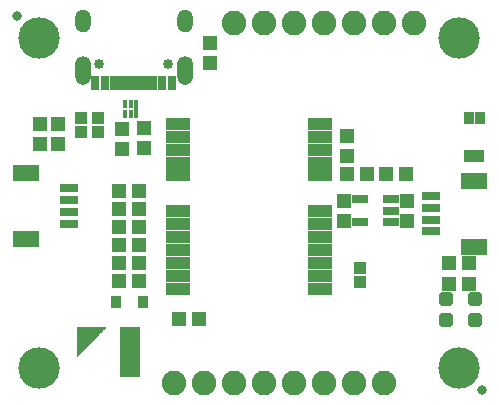
<source format=gts>
G75*
%MOIN*%
%OFA0B0*%
%FSLAX25Y25*%
%IPPOS*%
%LPD*%
%AMOC8*
5,1,8,0,0,1.08239X$1,22.5*
%
%ADD10C,0.13800*%
%ADD11C,0.03300*%
%ADD12R,0.08674X0.05524*%
%ADD13R,0.06115X0.03162*%
%ADD14R,0.05131X0.04737*%
%ADD15C,0.00197*%
%ADD16R,0.06693X0.16535*%
%ADD17R,0.04737X0.05131*%
%ADD18C,0.01990*%
%ADD19R,0.03280X0.04068*%
%ADD20R,0.05524X0.02965*%
%ADD21C,0.08200*%
%ADD22R,0.07887X0.03950*%
%ADD23R,0.01784X0.03202*%
%ADD24R,0.01784X0.03005*%
%ADD25R,0.01981X0.04800*%
%ADD26R,0.03162X0.04800*%
%ADD27R,0.02965X0.04800*%
%ADD28C,0.03359*%
%ADD29C,0.00039*%
%ADD30R,0.04343X0.04146*%
%ADD31R,0.07099X0.03950*%
%ADD32R,0.03359X0.03950*%
D10*
X0163333Y0085000D03*
X0303333Y0085000D03*
X0303333Y0194900D03*
X0163333Y0194900D03*
D11*
X0155833Y0202400D03*
X0310833Y0077500D03*
D12*
X0308302Y0125376D03*
X0308302Y0147424D03*
X0158865Y0149924D03*
X0158865Y0127876D03*
D13*
X0173333Y0132994D03*
X0173333Y0136931D03*
X0173333Y0140869D03*
X0173333Y0144806D03*
X0293833Y0142306D03*
X0293833Y0138369D03*
X0293833Y0134431D03*
X0293833Y0130494D03*
D14*
X0299987Y0119900D03*
X0306680Y0119900D03*
X0306680Y0113000D03*
X0299987Y0113000D03*
X0285480Y0149600D03*
X0278787Y0149600D03*
X0272680Y0149600D03*
X0265987Y0149600D03*
X0196680Y0143900D03*
X0189987Y0143900D03*
X0189987Y0137900D03*
X0196680Y0137900D03*
X0196680Y0131900D03*
X0189987Y0131900D03*
X0189987Y0125900D03*
X0196680Y0125900D03*
X0196680Y0119900D03*
X0189987Y0119900D03*
X0189987Y0113900D03*
X0196680Y0113900D03*
X0209987Y0101400D03*
X0216680Y0101400D03*
D15*
X0185231Y0098551D02*
X0175782Y0089102D01*
X0175782Y0098551D01*
X0185231Y0098551D01*
X0185123Y0098443D02*
X0175782Y0098443D01*
X0175782Y0098248D02*
X0184928Y0098248D01*
X0184732Y0098053D02*
X0175782Y0098053D01*
X0175782Y0097857D02*
X0184537Y0097857D01*
X0184342Y0097662D02*
X0175782Y0097662D01*
X0175782Y0097467D02*
X0184146Y0097467D01*
X0183951Y0097271D02*
X0175782Y0097271D01*
X0175782Y0097076D02*
X0183756Y0097076D01*
X0183560Y0096881D02*
X0175782Y0096881D01*
X0175782Y0096685D02*
X0183365Y0096685D01*
X0183170Y0096490D02*
X0175782Y0096490D01*
X0175782Y0096294D02*
X0182974Y0096294D01*
X0182779Y0096099D02*
X0175782Y0096099D01*
X0175782Y0095904D02*
X0182583Y0095904D01*
X0182388Y0095708D02*
X0175782Y0095708D01*
X0175782Y0095513D02*
X0182193Y0095513D01*
X0181997Y0095318D02*
X0175782Y0095318D01*
X0175782Y0095122D02*
X0181802Y0095122D01*
X0181607Y0094927D02*
X0175782Y0094927D01*
X0175782Y0094732D02*
X0181411Y0094732D01*
X0181216Y0094536D02*
X0175782Y0094536D01*
X0175782Y0094341D02*
X0181021Y0094341D01*
X0180825Y0094145D02*
X0175782Y0094145D01*
X0175782Y0093950D02*
X0180630Y0093950D01*
X0180435Y0093755D02*
X0175782Y0093755D01*
X0175782Y0093559D02*
X0180239Y0093559D01*
X0180044Y0093364D02*
X0175782Y0093364D01*
X0175782Y0093169D02*
X0179848Y0093169D01*
X0179653Y0092973D02*
X0175782Y0092973D01*
X0175782Y0092778D02*
X0179458Y0092778D01*
X0179262Y0092583D02*
X0175782Y0092583D01*
X0175782Y0092387D02*
X0179067Y0092387D01*
X0178872Y0092192D02*
X0175782Y0092192D01*
X0175782Y0091996D02*
X0178676Y0091996D01*
X0178481Y0091801D02*
X0175782Y0091801D01*
X0175782Y0091606D02*
X0178286Y0091606D01*
X0178090Y0091410D02*
X0175782Y0091410D01*
X0175782Y0091215D02*
X0177895Y0091215D01*
X0177699Y0091020D02*
X0175782Y0091020D01*
X0175782Y0090824D02*
X0177504Y0090824D01*
X0177309Y0090629D02*
X0175782Y0090629D01*
X0175782Y0090434D02*
X0177113Y0090434D01*
X0176918Y0090238D02*
X0175782Y0090238D01*
X0175782Y0090043D02*
X0176723Y0090043D01*
X0176527Y0089847D02*
X0175782Y0089847D01*
X0175782Y0089652D02*
X0176332Y0089652D01*
X0176137Y0089457D02*
X0175782Y0089457D01*
X0175782Y0089261D02*
X0175941Y0089261D01*
D16*
X0193617Y0090362D03*
D17*
X0264833Y0134054D03*
X0264833Y0140746D03*
X0285833Y0140746D03*
X0285833Y0134054D03*
X0265833Y0155554D03*
X0265833Y0162246D03*
X0220133Y0186654D03*
X0220133Y0193346D03*
X0198133Y0164946D03*
X0198133Y0158254D03*
X0190933Y0158054D03*
X0190933Y0164746D03*
X0169433Y0166246D03*
X0163533Y0166246D03*
X0163533Y0159554D03*
X0169433Y0159554D03*
D18*
X0297560Y0109326D02*
X0300306Y0109326D01*
X0300306Y0106580D01*
X0297560Y0106580D01*
X0297560Y0109326D01*
X0297560Y0108470D02*
X0300306Y0108470D01*
X0307060Y0109326D02*
X0309806Y0109326D01*
X0309806Y0106580D01*
X0307060Y0106580D01*
X0307060Y0109326D01*
X0307060Y0108470D02*
X0309806Y0108470D01*
X0309806Y0102420D02*
X0307060Y0102420D01*
X0309806Y0102420D02*
X0309806Y0099674D01*
X0307060Y0099674D01*
X0307060Y0102420D01*
X0307060Y0101564D02*
X0309806Y0101564D01*
X0300306Y0102420D02*
X0297560Y0102420D01*
X0300306Y0102420D02*
X0300306Y0099674D01*
X0297560Y0099674D01*
X0297560Y0102420D01*
X0297560Y0101564D02*
X0300306Y0101564D01*
D19*
X0197861Y0106900D03*
X0188806Y0106900D03*
D20*
X0270215Y0133660D03*
X0270215Y0141140D03*
X0280452Y0141140D03*
X0280452Y0137400D03*
X0280452Y0133660D03*
D21*
X0278333Y0080000D03*
X0268333Y0080000D03*
X0258333Y0080000D03*
X0248333Y0080000D03*
X0238333Y0080000D03*
X0228333Y0080000D03*
X0218333Y0080000D03*
X0208333Y0080000D03*
X0228333Y0200000D03*
X0238333Y0200000D03*
X0248333Y0200000D03*
X0258333Y0200000D03*
X0268333Y0200000D03*
X0278333Y0200000D03*
X0288333Y0200000D03*
D22*
X0256955Y0166459D03*
X0256955Y0162128D03*
X0256955Y0157798D03*
X0256955Y0153467D03*
X0256955Y0149136D03*
X0256955Y0137325D03*
X0256955Y0132994D03*
X0256955Y0128664D03*
X0256955Y0124333D03*
X0256955Y0120002D03*
X0256955Y0115672D03*
X0256955Y0111341D03*
X0209711Y0111341D03*
X0209711Y0115672D03*
X0209711Y0120002D03*
X0209711Y0124333D03*
X0209711Y0128664D03*
X0209711Y0132994D03*
X0209711Y0137325D03*
X0209711Y0149136D03*
X0209711Y0153467D03*
X0209711Y0157798D03*
X0209711Y0162128D03*
X0209711Y0166459D03*
D23*
X0195702Y0172794D03*
D24*
X0193733Y0172893D03*
X0191765Y0172893D03*
X0191765Y0169507D03*
X0193733Y0169507D03*
X0195702Y0169507D03*
D25*
X0195718Y0180094D03*
X0197686Y0180094D03*
X0199655Y0180094D03*
X0201623Y0180094D03*
X0193749Y0180094D03*
X0191781Y0180094D03*
X0189812Y0180094D03*
X0187844Y0180094D03*
D26*
X0182036Y0180094D03*
X0207430Y0180094D03*
D27*
X0204379Y0180094D03*
X0185088Y0180094D03*
D28*
X0183355Y0186389D03*
X0206111Y0186389D03*
D29*
X0209379Y0186371D02*
X0214103Y0186371D01*
X0214103Y0186333D02*
X0209379Y0186333D01*
X0209379Y0186296D02*
X0214103Y0186296D01*
X0214103Y0186258D02*
X0209379Y0186258D01*
X0209379Y0186220D02*
X0214103Y0186220D01*
X0214103Y0186182D02*
X0209379Y0186182D01*
X0209379Y0186144D02*
X0214103Y0186144D01*
X0214103Y0186106D02*
X0209379Y0186106D01*
X0209379Y0186068D02*
X0214103Y0186068D01*
X0214103Y0186030D02*
X0209379Y0186030D01*
X0209379Y0185992D02*
X0214103Y0185992D01*
X0214103Y0185955D02*
X0209379Y0185955D01*
X0209379Y0185917D02*
X0214103Y0185917D01*
X0214103Y0185879D02*
X0209379Y0185879D01*
X0209379Y0185841D02*
X0214103Y0185841D01*
X0214103Y0185803D02*
X0209379Y0185803D01*
X0209379Y0185765D02*
X0214103Y0185765D01*
X0214103Y0185727D02*
X0209379Y0185727D01*
X0209379Y0185689D02*
X0214103Y0185689D01*
X0214103Y0185652D02*
X0209379Y0185652D01*
X0209379Y0185614D02*
X0214103Y0185614D01*
X0214103Y0185576D02*
X0209379Y0185576D01*
X0209379Y0185538D02*
X0214103Y0185538D01*
X0214103Y0185500D02*
X0209379Y0185500D01*
X0209379Y0185462D02*
X0214103Y0185462D01*
X0214103Y0185424D02*
X0209379Y0185424D01*
X0209379Y0185386D02*
X0214103Y0185386D01*
X0214103Y0185349D02*
X0209379Y0185349D01*
X0209379Y0185311D02*
X0214103Y0185311D01*
X0214103Y0185273D02*
X0209379Y0185273D01*
X0209379Y0185235D02*
X0214103Y0185235D01*
X0214103Y0185197D02*
X0209379Y0185197D01*
X0209379Y0185159D02*
X0214103Y0185159D01*
X0214103Y0185121D02*
X0209379Y0185121D01*
X0209379Y0185083D02*
X0214103Y0185083D01*
X0214103Y0185045D02*
X0209379Y0185045D01*
X0209379Y0185008D02*
X0214103Y0185008D01*
X0214103Y0184970D02*
X0209379Y0184970D01*
X0209379Y0184932D02*
X0214103Y0184932D01*
X0214103Y0184894D02*
X0209379Y0184894D01*
X0209379Y0184856D02*
X0214103Y0184856D01*
X0214103Y0184818D02*
X0209379Y0184818D01*
X0209379Y0184780D02*
X0214103Y0184780D01*
X0214103Y0184742D02*
X0209379Y0184742D01*
X0209379Y0184705D02*
X0214103Y0184705D01*
X0214103Y0184667D02*
X0209379Y0184667D01*
X0209379Y0184629D02*
X0214103Y0184629D01*
X0214103Y0184591D02*
X0209379Y0184591D01*
X0209379Y0184553D02*
X0214103Y0184553D01*
X0214103Y0184515D02*
X0209379Y0184515D01*
X0209379Y0184477D02*
X0214103Y0184477D01*
X0214103Y0184439D02*
X0209379Y0184439D01*
X0209379Y0184401D02*
X0214103Y0184401D01*
X0214103Y0184364D02*
X0209379Y0184364D01*
X0209379Y0184326D02*
X0214103Y0184326D01*
X0214103Y0184288D02*
X0209379Y0184288D01*
X0209379Y0184250D02*
X0214103Y0184250D01*
X0214103Y0184212D02*
X0209379Y0184212D01*
X0209379Y0184174D02*
X0214103Y0184174D01*
X0214103Y0184136D02*
X0209379Y0184136D01*
X0209379Y0184098D02*
X0214103Y0184098D01*
X0214103Y0184061D02*
X0209379Y0184061D01*
X0209379Y0184023D02*
X0214103Y0184023D01*
X0214103Y0183985D02*
X0209379Y0183985D01*
X0209379Y0183947D02*
X0214103Y0183947D01*
X0214103Y0183909D02*
X0209379Y0183909D01*
X0209379Y0183871D02*
X0214103Y0183871D01*
X0214103Y0183833D02*
X0209379Y0183833D01*
X0209379Y0183795D02*
X0214103Y0183795D01*
X0214103Y0183757D02*
X0209379Y0183757D01*
X0209379Y0183720D02*
X0214103Y0183720D01*
X0214103Y0183682D02*
X0209379Y0183682D01*
X0209379Y0183644D02*
X0214103Y0183644D01*
X0214103Y0183606D02*
X0209379Y0183606D01*
X0209379Y0183568D02*
X0214103Y0183568D01*
X0214103Y0183530D02*
X0209379Y0183530D01*
X0209379Y0183492D02*
X0214103Y0183492D01*
X0214103Y0183454D02*
X0209379Y0183454D01*
X0209379Y0183417D02*
X0214103Y0183417D01*
X0214103Y0183379D02*
X0209379Y0183379D01*
X0209379Y0183341D02*
X0214103Y0183341D01*
X0214103Y0183303D02*
X0209379Y0183303D01*
X0209379Y0183265D02*
X0214103Y0183265D01*
X0214103Y0183227D02*
X0209379Y0183227D01*
X0209379Y0183189D02*
X0214103Y0183189D01*
X0214103Y0183151D02*
X0209379Y0183151D01*
X0209379Y0183114D02*
X0214103Y0183114D01*
X0214103Y0183076D02*
X0209379Y0183076D01*
X0209379Y0183038D02*
X0214103Y0183038D01*
X0214103Y0183000D02*
X0209379Y0183000D01*
X0209379Y0182962D02*
X0214103Y0182962D01*
X0214103Y0182924D02*
X0209379Y0182924D01*
X0209379Y0182886D02*
X0214103Y0182886D01*
X0214103Y0182848D02*
X0209379Y0182848D01*
X0209379Y0182810D02*
X0214103Y0182810D01*
X0214103Y0182773D02*
X0209379Y0182773D01*
X0209379Y0182735D02*
X0214103Y0182735D01*
X0214103Y0182697D02*
X0209379Y0182697D01*
X0209379Y0182659D02*
X0214103Y0182659D01*
X0214103Y0182621D02*
X0209379Y0182621D01*
X0209379Y0182583D02*
X0214103Y0182583D01*
X0214103Y0182545D02*
X0209379Y0182545D01*
X0209379Y0182507D02*
X0214103Y0182507D01*
X0214103Y0182470D02*
X0209379Y0182470D01*
X0209379Y0182432D02*
X0214103Y0182432D01*
X0214103Y0182394D02*
X0209379Y0182394D01*
X0209379Y0182356D02*
X0214103Y0182356D01*
X0214103Y0182318D02*
X0209379Y0182318D01*
X0209379Y0182280D02*
X0214103Y0182280D01*
X0214103Y0182242D02*
X0209379Y0182242D01*
X0209379Y0182204D02*
X0214103Y0182204D01*
X0214103Y0182166D02*
X0209379Y0182166D01*
X0209379Y0182129D02*
X0214103Y0182129D01*
X0214103Y0182091D02*
X0209379Y0182091D01*
X0209379Y0182053D02*
X0214103Y0182053D01*
X0214103Y0182015D02*
X0209379Y0182015D01*
X0209379Y0181977D02*
X0214103Y0181977D01*
X0214103Y0181960D02*
X0214042Y0181518D01*
X0213896Y0181097D01*
X0213671Y0180712D01*
X0213375Y0180378D01*
X0213019Y0180109D01*
X0212618Y0179914D01*
X0212186Y0179801D01*
X0211741Y0179775D01*
X0211296Y0179801D01*
X0210864Y0179914D01*
X0210463Y0180109D01*
X0210108Y0180378D01*
X0209811Y0180712D01*
X0209586Y0181097D01*
X0209440Y0181518D01*
X0209379Y0181960D01*
X0209379Y0186684D01*
X0209460Y0187183D01*
X0209649Y0187651D01*
X0209938Y0188066D01*
X0210312Y0188406D01*
X0210753Y0188654D01*
X0211237Y0188798D01*
X0211741Y0188830D01*
X0212245Y0188798D01*
X0212730Y0188654D01*
X0213170Y0188406D01*
X0213544Y0188066D01*
X0213833Y0187651D01*
X0214023Y0187183D01*
X0214103Y0186684D01*
X0214103Y0181960D01*
X0214101Y0181939D02*
X0209382Y0181939D01*
X0209387Y0181901D02*
X0214095Y0181901D01*
X0214090Y0181863D02*
X0209392Y0181863D01*
X0209398Y0181826D02*
X0214085Y0181826D01*
X0214080Y0181788D02*
X0209403Y0181788D01*
X0209408Y0181750D02*
X0214074Y0181750D01*
X0214069Y0181712D02*
X0209413Y0181712D01*
X0209418Y0181674D02*
X0214064Y0181674D01*
X0214059Y0181636D02*
X0209424Y0181636D01*
X0209429Y0181598D02*
X0214054Y0181598D01*
X0214048Y0181560D02*
X0209434Y0181560D01*
X0209439Y0181522D02*
X0214043Y0181522D01*
X0214031Y0181485D02*
X0209452Y0181485D01*
X0209465Y0181447D02*
X0214018Y0181447D01*
X0214005Y0181409D02*
X0209478Y0181409D01*
X0209491Y0181371D02*
X0213992Y0181371D01*
X0213978Y0181333D02*
X0209504Y0181333D01*
X0209517Y0181295D02*
X0213965Y0181295D01*
X0213952Y0181257D02*
X0209530Y0181257D01*
X0209543Y0181219D02*
X0213939Y0181219D01*
X0213926Y0181182D02*
X0209557Y0181182D01*
X0209570Y0181144D02*
X0213913Y0181144D01*
X0213900Y0181106D02*
X0209583Y0181106D01*
X0209603Y0181068D02*
X0213880Y0181068D01*
X0213858Y0181030D02*
X0209625Y0181030D01*
X0209647Y0180992D02*
X0213835Y0180992D01*
X0213813Y0180954D02*
X0209669Y0180954D01*
X0209691Y0180916D02*
X0213791Y0180916D01*
X0213769Y0180879D02*
X0209714Y0180879D01*
X0209736Y0180841D02*
X0213747Y0180841D01*
X0213724Y0180803D02*
X0209758Y0180803D01*
X0209780Y0180765D02*
X0213702Y0180765D01*
X0213680Y0180727D02*
X0209802Y0180727D01*
X0209831Y0180689D02*
X0213651Y0180689D01*
X0213617Y0180651D02*
X0209865Y0180651D01*
X0209899Y0180613D02*
X0213584Y0180613D01*
X0213550Y0180575D02*
X0209932Y0180575D01*
X0209966Y0180538D02*
X0213516Y0180538D01*
X0213483Y0180500D02*
X0210000Y0180500D01*
X0210033Y0180462D02*
X0213449Y0180462D01*
X0213416Y0180424D02*
X0210067Y0180424D01*
X0210101Y0180386D02*
X0213382Y0180386D01*
X0213335Y0180348D02*
X0210147Y0180348D01*
X0210197Y0180310D02*
X0213285Y0180310D01*
X0213235Y0180272D02*
X0210247Y0180272D01*
X0210297Y0180235D02*
X0213185Y0180235D01*
X0213135Y0180197D02*
X0210347Y0180197D01*
X0210397Y0180159D02*
X0213085Y0180159D01*
X0213035Y0180121D02*
X0210447Y0180121D01*
X0210516Y0180083D02*
X0212966Y0180083D01*
X0212888Y0180045D02*
X0210594Y0180045D01*
X0210672Y0180007D02*
X0212810Y0180007D01*
X0212732Y0179969D02*
X0210750Y0179969D01*
X0210828Y0179931D02*
X0212654Y0179931D01*
X0212540Y0179894D02*
X0210942Y0179894D01*
X0211087Y0179856D02*
X0212395Y0179856D01*
X0212250Y0179818D02*
X0211232Y0179818D01*
X0211654Y0179780D02*
X0211828Y0179780D01*
X0214103Y0186409D02*
X0209379Y0186409D01*
X0209379Y0186447D02*
X0214103Y0186447D01*
X0214103Y0186485D02*
X0209379Y0186485D01*
X0209379Y0186523D02*
X0214103Y0186523D01*
X0214103Y0186561D02*
X0209379Y0186561D01*
X0209379Y0186599D02*
X0214103Y0186599D01*
X0214103Y0186636D02*
X0209379Y0186636D01*
X0209379Y0186674D02*
X0214103Y0186674D01*
X0214099Y0186712D02*
X0209384Y0186712D01*
X0209390Y0186750D02*
X0214093Y0186750D01*
X0214087Y0186788D02*
X0209396Y0186788D01*
X0209402Y0186826D02*
X0214081Y0186826D01*
X0214074Y0186864D02*
X0209408Y0186864D01*
X0209414Y0186902D02*
X0214068Y0186902D01*
X0214062Y0186940D02*
X0209420Y0186940D01*
X0209426Y0186977D02*
X0214056Y0186977D01*
X0214050Y0187015D02*
X0209432Y0187015D01*
X0209439Y0187053D02*
X0214044Y0187053D01*
X0214038Y0187091D02*
X0209445Y0187091D01*
X0209451Y0187129D02*
X0214032Y0187129D01*
X0214025Y0187167D02*
X0209457Y0187167D01*
X0209468Y0187205D02*
X0214014Y0187205D01*
X0213999Y0187243D02*
X0209484Y0187243D01*
X0209499Y0187280D02*
X0213983Y0187280D01*
X0213968Y0187318D02*
X0209514Y0187318D01*
X0209530Y0187356D02*
X0213953Y0187356D01*
X0213937Y0187394D02*
X0209545Y0187394D01*
X0209560Y0187432D02*
X0213922Y0187432D01*
X0213907Y0187470D02*
X0209576Y0187470D01*
X0209591Y0187508D02*
X0213891Y0187508D01*
X0213876Y0187546D02*
X0209606Y0187546D01*
X0209622Y0187584D02*
X0213861Y0187584D01*
X0213845Y0187621D02*
X0209637Y0187621D01*
X0209655Y0187659D02*
X0213828Y0187659D01*
X0213801Y0187697D02*
X0209681Y0187697D01*
X0209707Y0187735D02*
X0213775Y0187735D01*
X0213749Y0187773D02*
X0209734Y0187773D01*
X0209760Y0187811D02*
X0213722Y0187811D01*
X0213696Y0187849D02*
X0209787Y0187849D01*
X0209813Y0187887D02*
X0213669Y0187887D01*
X0213643Y0187924D02*
X0209840Y0187924D01*
X0209866Y0187962D02*
X0213616Y0187962D01*
X0213590Y0188000D02*
X0209892Y0188000D01*
X0209919Y0188038D02*
X0213564Y0188038D01*
X0213533Y0188076D02*
X0209949Y0188076D01*
X0209991Y0188114D02*
X0213491Y0188114D01*
X0213450Y0188152D02*
X0210033Y0188152D01*
X0210074Y0188190D02*
X0213408Y0188190D01*
X0213366Y0188227D02*
X0210116Y0188227D01*
X0210158Y0188265D02*
X0213325Y0188265D01*
X0213283Y0188303D02*
X0210200Y0188303D01*
X0210241Y0188341D02*
X0213241Y0188341D01*
X0213199Y0188379D02*
X0210283Y0188379D01*
X0210332Y0188417D02*
X0213150Y0188417D01*
X0213083Y0188455D02*
X0210399Y0188455D01*
X0210467Y0188493D02*
X0213016Y0188493D01*
X0212948Y0188531D02*
X0210534Y0188531D01*
X0210601Y0188568D02*
X0212881Y0188568D01*
X0212814Y0188606D02*
X0210668Y0188606D01*
X0210736Y0188644D02*
X0212747Y0188644D01*
X0212634Y0188682D02*
X0210848Y0188682D01*
X0210976Y0188720D02*
X0212507Y0188720D01*
X0212379Y0188758D02*
X0211103Y0188758D01*
X0211231Y0188796D02*
X0212251Y0188796D01*
X0211741Y0197216D02*
X0211279Y0197263D01*
X0210834Y0197400D01*
X0210425Y0197621D01*
X0210067Y0197917D01*
X0209773Y0198278D01*
X0209556Y0198689D01*
X0209423Y0199135D01*
X0209379Y0199598D01*
X0209379Y0201960D01*
X0209426Y0202419D01*
X0209562Y0202859D01*
X0209781Y0203265D01*
X0210075Y0203620D01*
X0210433Y0203911D01*
X0210840Y0204127D01*
X0211282Y0204259D01*
X0211741Y0204302D01*
X0212265Y0204246D01*
X0212763Y0204074D01*
X0213210Y0203795D01*
X0213584Y0203424D01*
X0213866Y0202980D01*
X0214042Y0202483D01*
X0214103Y0201960D01*
X0214103Y0199598D01*
X0214046Y0199070D01*
X0213873Y0198567D01*
X0213592Y0198117D01*
X0213218Y0197739D01*
X0212769Y0197455D01*
X0212269Y0197277D01*
X0211741Y0197216D01*
X0211977Y0197243D02*
X0211473Y0197243D01*
X0211220Y0197281D02*
X0212279Y0197281D01*
X0212386Y0197319D02*
X0211097Y0197319D01*
X0210974Y0197357D02*
X0212493Y0197357D01*
X0212600Y0197395D02*
X0210851Y0197395D01*
X0210774Y0197433D02*
X0212707Y0197433D01*
X0212794Y0197471D02*
X0210704Y0197471D01*
X0210633Y0197508D02*
X0212854Y0197508D01*
X0212914Y0197546D02*
X0210563Y0197546D01*
X0210493Y0197584D02*
X0212973Y0197584D01*
X0213033Y0197622D02*
X0210424Y0197622D01*
X0210378Y0197660D02*
X0213093Y0197660D01*
X0213152Y0197698D02*
X0210332Y0197698D01*
X0210286Y0197736D02*
X0213212Y0197736D01*
X0213252Y0197774D02*
X0210241Y0197774D01*
X0210195Y0197811D02*
X0213290Y0197811D01*
X0213327Y0197849D02*
X0210149Y0197849D01*
X0210103Y0197887D02*
X0213365Y0197887D01*
X0213402Y0197925D02*
X0210061Y0197925D01*
X0210030Y0197963D02*
X0213440Y0197963D01*
X0213477Y0198001D02*
X0209999Y0198001D01*
X0209968Y0198039D02*
X0213515Y0198039D01*
X0213552Y0198077D02*
X0209937Y0198077D01*
X0209906Y0198115D02*
X0213590Y0198115D01*
X0213614Y0198152D02*
X0209876Y0198152D01*
X0209845Y0198190D02*
X0213638Y0198190D01*
X0213662Y0198228D02*
X0209814Y0198228D01*
X0209783Y0198266D02*
X0213685Y0198266D01*
X0213709Y0198304D02*
X0209760Y0198304D01*
X0209740Y0198342D02*
X0213732Y0198342D01*
X0213756Y0198380D02*
X0209720Y0198380D01*
X0209699Y0198418D02*
X0213779Y0198418D01*
X0213803Y0198455D02*
X0209679Y0198455D01*
X0209659Y0198493D02*
X0213827Y0198493D01*
X0213850Y0198531D02*
X0209639Y0198531D01*
X0209619Y0198569D02*
X0213873Y0198569D01*
X0213886Y0198607D02*
X0209599Y0198607D01*
X0209579Y0198645D02*
X0213900Y0198645D01*
X0213913Y0198683D02*
X0209559Y0198683D01*
X0209546Y0198721D02*
X0213926Y0198721D01*
X0213939Y0198759D02*
X0209535Y0198759D01*
X0209524Y0198796D02*
X0213952Y0198796D01*
X0213965Y0198834D02*
X0209512Y0198834D01*
X0209501Y0198872D02*
X0213978Y0198872D01*
X0213991Y0198910D02*
X0209490Y0198910D01*
X0209478Y0198948D02*
X0214004Y0198948D01*
X0214017Y0198986D02*
X0209467Y0198986D01*
X0209456Y0199024D02*
X0214030Y0199024D01*
X0214043Y0199062D02*
X0209445Y0199062D01*
X0209433Y0199099D02*
X0214049Y0199099D01*
X0214053Y0199137D02*
X0209422Y0199137D01*
X0209419Y0199175D02*
X0214058Y0199175D01*
X0214062Y0199213D02*
X0209415Y0199213D01*
X0209412Y0199251D02*
X0214066Y0199251D01*
X0214070Y0199289D02*
X0209408Y0199289D01*
X0209405Y0199327D02*
X0214074Y0199327D01*
X0214078Y0199365D02*
X0209401Y0199365D01*
X0209397Y0199403D02*
X0214082Y0199403D01*
X0214086Y0199440D02*
X0209394Y0199440D01*
X0209390Y0199478D02*
X0214090Y0199478D01*
X0214095Y0199516D02*
X0209387Y0199516D01*
X0209383Y0199554D02*
X0214099Y0199554D01*
X0214103Y0199592D02*
X0209380Y0199592D01*
X0209379Y0199630D02*
X0214103Y0199630D01*
X0214103Y0199668D02*
X0209379Y0199668D01*
X0209379Y0199706D02*
X0214103Y0199706D01*
X0214103Y0199743D02*
X0209379Y0199743D01*
X0209379Y0199781D02*
X0214103Y0199781D01*
X0214103Y0199819D02*
X0209379Y0199819D01*
X0209379Y0199857D02*
X0214103Y0199857D01*
X0214103Y0199895D02*
X0209379Y0199895D01*
X0209379Y0199933D02*
X0214103Y0199933D01*
X0214103Y0199971D02*
X0209379Y0199971D01*
X0209379Y0200009D02*
X0214103Y0200009D01*
X0214103Y0200046D02*
X0209379Y0200046D01*
X0209379Y0200084D02*
X0214103Y0200084D01*
X0214103Y0200122D02*
X0209379Y0200122D01*
X0209379Y0200160D02*
X0214103Y0200160D01*
X0214103Y0200198D02*
X0209379Y0200198D01*
X0209379Y0200236D02*
X0214103Y0200236D01*
X0214103Y0200274D02*
X0209379Y0200274D01*
X0209379Y0200312D02*
X0214103Y0200312D01*
X0214103Y0200350D02*
X0209379Y0200350D01*
X0209379Y0200387D02*
X0214103Y0200387D01*
X0214103Y0200425D02*
X0209379Y0200425D01*
X0209379Y0200463D02*
X0214103Y0200463D01*
X0214103Y0200501D02*
X0209379Y0200501D01*
X0209379Y0200539D02*
X0214103Y0200539D01*
X0214103Y0200577D02*
X0209379Y0200577D01*
X0209379Y0200615D02*
X0214103Y0200615D01*
X0214103Y0200653D02*
X0209379Y0200653D01*
X0209379Y0200690D02*
X0214103Y0200690D01*
X0214103Y0200728D02*
X0209379Y0200728D01*
X0209379Y0200766D02*
X0214103Y0200766D01*
X0214103Y0200804D02*
X0209379Y0200804D01*
X0209379Y0200842D02*
X0214103Y0200842D01*
X0214103Y0200880D02*
X0209379Y0200880D01*
X0209379Y0200918D02*
X0214103Y0200918D01*
X0214103Y0200956D02*
X0209379Y0200956D01*
X0209379Y0200994D02*
X0214103Y0200994D01*
X0214103Y0201031D02*
X0209379Y0201031D01*
X0209379Y0201069D02*
X0214103Y0201069D01*
X0214103Y0201107D02*
X0209379Y0201107D01*
X0209379Y0201145D02*
X0214103Y0201145D01*
X0214103Y0201183D02*
X0209379Y0201183D01*
X0209379Y0201221D02*
X0214103Y0201221D01*
X0214103Y0201259D02*
X0209379Y0201259D01*
X0209379Y0201297D02*
X0214103Y0201297D01*
X0214103Y0201334D02*
X0209379Y0201334D01*
X0209379Y0201372D02*
X0214103Y0201372D01*
X0214103Y0201410D02*
X0209379Y0201410D01*
X0209379Y0201448D02*
X0214103Y0201448D01*
X0214103Y0201486D02*
X0209379Y0201486D01*
X0209379Y0201524D02*
X0214103Y0201524D01*
X0214103Y0201562D02*
X0209379Y0201562D01*
X0209379Y0201600D02*
X0214103Y0201600D01*
X0214103Y0201638D02*
X0209379Y0201638D01*
X0209379Y0201675D02*
X0214103Y0201675D01*
X0214103Y0201713D02*
X0209379Y0201713D01*
X0209379Y0201751D02*
X0214103Y0201751D01*
X0214103Y0201789D02*
X0209379Y0201789D01*
X0209379Y0201827D02*
X0214103Y0201827D01*
X0214103Y0201865D02*
X0209379Y0201865D01*
X0209379Y0201903D02*
X0214103Y0201903D01*
X0214103Y0201941D02*
X0209379Y0201941D01*
X0209381Y0201978D02*
X0214101Y0201978D01*
X0214097Y0202016D02*
X0209385Y0202016D01*
X0209389Y0202054D02*
X0214092Y0202054D01*
X0214088Y0202092D02*
X0209393Y0202092D01*
X0209396Y0202130D02*
X0214084Y0202130D01*
X0214079Y0202168D02*
X0209400Y0202168D01*
X0209404Y0202206D02*
X0214075Y0202206D01*
X0214070Y0202244D02*
X0209408Y0202244D01*
X0209412Y0202281D02*
X0214066Y0202281D01*
X0214061Y0202319D02*
X0209416Y0202319D01*
X0209420Y0202357D02*
X0214057Y0202357D01*
X0214053Y0202395D02*
X0209424Y0202395D01*
X0209431Y0202433D02*
X0214048Y0202433D01*
X0214044Y0202471D02*
X0209442Y0202471D01*
X0209454Y0202509D02*
X0214033Y0202509D01*
X0214020Y0202547D02*
X0209466Y0202547D01*
X0209477Y0202585D02*
X0214006Y0202585D01*
X0213993Y0202622D02*
X0209489Y0202622D01*
X0209501Y0202660D02*
X0213979Y0202660D01*
X0213966Y0202698D02*
X0209512Y0202698D01*
X0209524Y0202736D02*
X0213952Y0202736D01*
X0213939Y0202774D02*
X0209536Y0202774D01*
X0209547Y0202812D02*
X0213926Y0202812D01*
X0213912Y0202850D02*
X0209559Y0202850D01*
X0209577Y0202888D02*
X0213899Y0202888D01*
X0213885Y0202925D02*
X0209598Y0202925D01*
X0209618Y0202963D02*
X0213872Y0202963D01*
X0213852Y0203001D02*
X0209638Y0203001D01*
X0209659Y0203039D02*
X0213828Y0203039D01*
X0213804Y0203077D02*
X0209679Y0203077D01*
X0209700Y0203115D02*
X0213780Y0203115D01*
X0213756Y0203153D02*
X0209720Y0203153D01*
X0209741Y0203191D02*
X0213732Y0203191D01*
X0213708Y0203229D02*
X0209761Y0203229D01*
X0209782Y0203266D02*
X0213684Y0203266D01*
X0213660Y0203304D02*
X0209813Y0203304D01*
X0209845Y0203342D02*
X0213636Y0203342D01*
X0213612Y0203380D02*
X0209876Y0203380D01*
X0209907Y0203418D02*
X0213588Y0203418D01*
X0213552Y0203456D02*
X0209939Y0203456D01*
X0209970Y0203494D02*
X0213514Y0203494D01*
X0213476Y0203532D02*
X0210001Y0203532D01*
X0210033Y0203569D02*
X0213438Y0203569D01*
X0213400Y0203607D02*
X0210064Y0203607D01*
X0210106Y0203645D02*
X0213361Y0203645D01*
X0213323Y0203683D02*
X0210152Y0203683D01*
X0210199Y0203721D02*
X0213285Y0203721D01*
X0213247Y0203759D02*
X0210245Y0203759D01*
X0210292Y0203797D02*
X0213208Y0203797D01*
X0213147Y0203835D02*
X0210338Y0203835D01*
X0210385Y0203873D02*
X0213086Y0203873D01*
X0213025Y0203910D02*
X0210431Y0203910D01*
X0210502Y0203948D02*
X0212964Y0203948D01*
X0212903Y0203986D02*
X0210574Y0203986D01*
X0210646Y0204024D02*
X0212843Y0204024D01*
X0212782Y0204062D02*
X0210717Y0204062D01*
X0210789Y0204100D02*
X0212687Y0204100D01*
X0212577Y0204138D02*
X0210876Y0204138D01*
X0211003Y0204176D02*
X0212468Y0204176D01*
X0212358Y0204213D02*
X0211129Y0204213D01*
X0211256Y0204251D02*
X0212212Y0204251D01*
X0211862Y0204289D02*
X0211602Y0204289D01*
X0180088Y0201960D02*
X0180088Y0199598D01*
X0180030Y0199070D01*
X0179857Y0198567D01*
X0179576Y0198117D01*
X0179202Y0197739D01*
X0178754Y0197455D01*
X0178253Y0197277D01*
X0177725Y0197216D01*
X0177263Y0197263D01*
X0176818Y0197400D01*
X0176409Y0197621D01*
X0176051Y0197917D01*
X0175758Y0198278D01*
X0175540Y0198689D01*
X0175407Y0199135D01*
X0175363Y0199598D01*
X0175363Y0201960D01*
X0175410Y0202419D01*
X0175546Y0202859D01*
X0175765Y0203265D01*
X0176059Y0203620D01*
X0176417Y0203911D01*
X0176824Y0204127D01*
X0177266Y0204259D01*
X0177725Y0204302D01*
X0178249Y0204246D01*
X0178747Y0204074D01*
X0179194Y0203795D01*
X0179568Y0203424D01*
X0179850Y0202980D01*
X0180026Y0202483D01*
X0180088Y0201960D01*
X0180085Y0201978D02*
X0175365Y0201978D01*
X0175363Y0201941D02*
X0180088Y0201941D01*
X0180088Y0201903D02*
X0175363Y0201903D01*
X0175363Y0201865D02*
X0180088Y0201865D01*
X0180088Y0201827D02*
X0175363Y0201827D01*
X0175363Y0201789D02*
X0180088Y0201789D01*
X0180088Y0201751D02*
X0175363Y0201751D01*
X0175363Y0201713D02*
X0180088Y0201713D01*
X0180088Y0201675D02*
X0175363Y0201675D01*
X0175363Y0201638D02*
X0180088Y0201638D01*
X0180088Y0201600D02*
X0175363Y0201600D01*
X0175363Y0201562D02*
X0180088Y0201562D01*
X0180088Y0201524D02*
X0175363Y0201524D01*
X0175363Y0201486D02*
X0180088Y0201486D01*
X0180088Y0201448D02*
X0175363Y0201448D01*
X0175363Y0201410D02*
X0180088Y0201410D01*
X0180088Y0201372D02*
X0175363Y0201372D01*
X0175363Y0201334D02*
X0180088Y0201334D01*
X0180088Y0201297D02*
X0175363Y0201297D01*
X0175363Y0201259D02*
X0180088Y0201259D01*
X0180088Y0201221D02*
X0175363Y0201221D01*
X0175363Y0201183D02*
X0180088Y0201183D01*
X0180088Y0201145D02*
X0175363Y0201145D01*
X0175363Y0201107D02*
X0180088Y0201107D01*
X0180088Y0201069D02*
X0175363Y0201069D01*
X0175363Y0201031D02*
X0180088Y0201031D01*
X0180088Y0200994D02*
X0175363Y0200994D01*
X0175363Y0200956D02*
X0180088Y0200956D01*
X0180088Y0200918D02*
X0175363Y0200918D01*
X0175363Y0200880D02*
X0180088Y0200880D01*
X0180088Y0200842D02*
X0175363Y0200842D01*
X0175363Y0200804D02*
X0180088Y0200804D01*
X0180088Y0200766D02*
X0175363Y0200766D01*
X0175363Y0200728D02*
X0180088Y0200728D01*
X0180088Y0200690D02*
X0175363Y0200690D01*
X0175363Y0200653D02*
X0180088Y0200653D01*
X0180088Y0200615D02*
X0175363Y0200615D01*
X0175363Y0200577D02*
X0180088Y0200577D01*
X0180088Y0200539D02*
X0175363Y0200539D01*
X0175363Y0200501D02*
X0180088Y0200501D01*
X0180088Y0200463D02*
X0175363Y0200463D01*
X0175363Y0200425D02*
X0180088Y0200425D01*
X0180088Y0200387D02*
X0175363Y0200387D01*
X0175363Y0200350D02*
X0180088Y0200350D01*
X0180088Y0200312D02*
X0175363Y0200312D01*
X0175363Y0200274D02*
X0180088Y0200274D01*
X0180088Y0200236D02*
X0175363Y0200236D01*
X0175363Y0200198D02*
X0180088Y0200198D01*
X0180088Y0200160D02*
X0175363Y0200160D01*
X0175363Y0200122D02*
X0180088Y0200122D01*
X0180088Y0200084D02*
X0175363Y0200084D01*
X0175363Y0200046D02*
X0180088Y0200046D01*
X0180088Y0200009D02*
X0175363Y0200009D01*
X0175363Y0199971D02*
X0180088Y0199971D01*
X0180088Y0199933D02*
X0175363Y0199933D01*
X0175363Y0199895D02*
X0180088Y0199895D01*
X0180088Y0199857D02*
X0175363Y0199857D01*
X0175363Y0199819D02*
X0180088Y0199819D01*
X0180088Y0199781D02*
X0175363Y0199781D01*
X0175363Y0199743D02*
X0180088Y0199743D01*
X0180088Y0199706D02*
X0175363Y0199706D01*
X0175363Y0199668D02*
X0180088Y0199668D01*
X0180088Y0199630D02*
X0175363Y0199630D01*
X0175364Y0199592D02*
X0180087Y0199592D01*
X0180083Y0199554D02*
X0175367Y0199554D01*
X0175371Y0199516D02*
X0180079Y0199516D01*
X0180075Y0199478D02*
X0175375Y0199478D01*
X0175378Y0199440D02*
X0180071Y0199440D01*
X0180066Y0199403D02*
X0175382Y0199403D01*
X0175385Y0199365D02*
X0180062Y0199365D01*
X0180058Y0199327D02*
X0175389Y0199327D01*
X0175392Y0199289D02*
X0180054Y0199289D01*
X0180050Y0199251D02*
X0175396Y0199251D01*
X0175400Y0199213D02*
X0180046Y0199213D01*
X0180042Y0199175D02*
X0175403Y0199175D01*
X0175407Y0199137D02*
X0180038Y0199137D01*
X0180034Y0199099D02*
X0175417Y0199099D01*
X0175429Y0199062D02*
X0180028Y0199062D01*
X0180015Y0199024D02*
X0175440Y0199024D01*
X0175451Y0198986D02*
X0180001Y0198986D01*
X0179988Y0198948D02*
X0175463Y0198948D01*
X0175474Y0198910D02*
X0179975Y0198910D01*
X0179962Y0198872D02*
X0175485Y0198872D01*
X0175497Y0198834D02*
X0179949Y0198834D01*
X0179936Y0198796D02*
X0175508Y0198796D01*
X0175519Y0198759D02*
X0179923Y0198759D01*
X0179910Y0198721D02*
X0175531Y0198721D01*
X0175543Y0198683D02*
X0179897Y0198683D01*
X0179884Y0198645D02*
X0175563Y0198645D01*
X0175584Y0198607D02*
X0179871Y0198607D01*
X0179858Y0198569D02*
X0175604Y0198569D01*
X0175624Y0198531D02*
X0179834Y0198531D01*
X0179811Y0198493D02*
X0175644Y0198493D01*
X0175664Y0198455D02*
X0179787Y0198455D01*
X0179764Y0198418D02*
X0175684Y0198418D01*
X0175704Y0198380D02*
X0179740Y0198380D01*
X0179717Y0198342D02*
X0175724Y0198342D01*
X0175744Y0198304D02*
X0179693Y0198304D01*
X0179669Y0198266D02*
X0175767Y0198266D01*
X0175798Y0198228D02*
X0179646Y0198228D01*
X0179622Y0198190D02*
X0175829Y0198190D01*
X0175860Y0198152D02*
X0179599Y0198152D01*
X0179574Y0198115D02*
X0175891Y0198115D01*
X0175922Y0198077D02*
X0179537Y0198077D01*
X0179499Y0198039D02*
X0175952Y0198039D01*
X0175983Y0198001D02*
X0179462Y0198001D01*
X0179424Y0197963D02*
X0176014Y0197963D01*
X0176045Y0197925D02*
X0179386Y0197925D01*
X0179349Y0197887D02*
X0176088Y0197887D01*
X0176133Y0197849D02*
X0179311Y0197849D01*
X0179274Y0197811D02*
X0176179Y0197811D01*
X0176225Y0197774D02*
X0179236Y0197774D01*
X0179196Y0197736D02*
X0176271Y0197736D01*
X0176316Y0197698D02*
X0179137Y0197698D01*
X0179077Y0197660D02*
X0176362Y0197660D01*
X0176408Y0197622D02*
X0179017Y0197622D01*
X0178958Y0197584D02*
X0176477Y0197584D01*
X0176548Y0197546D02*
X0178898Y0197546D01*
X0178838Y0197508D02*
X0176618Y0197508D01*
X0176688Y0197471D02*
X0178778Y0197471D01*
X0178691Y0197433D02*
X0176758Y0197433D01*
X0176836Y0197395D02*
X0178584Y0197395D01*
X0178477Y0197357D02*
X0176959Y0197357D01*
X0177082Y0197319D02*
X0178370Y0197319D01*
X0178264Y0197281D02*
X0177205Y0197281D01*
X0177457Y0197243D02*
X0177961Y0197243D01*
X0180081Y0202016D02*
X0175369Y0202016D01*
X0175373Y0202054D02*
X0180077Y0202054D01*
X0180072Y0202092D02*
X0175377Y0202092D01*
X0175381Y0202130D02*
X0180068Y0202130D01*
X0180063Y0202168D02*
X0175385Y0202168D01*
X0175388Y0202206D02*
X0180059Y0202206D01*
X0180054Y0202244D02*
X0175392Y0202244D01*
X0175396Y0202281D02*
X0180050Y0202281D01*
X0180046Y0202319D02*
X0175400Y0202319D01*
X0175404Y0202357D02*
X0180041Y0202357D01*
X0180037Y0202395D02*
X0175408Y0202395D01*
X0175415Y0202433D02*
X0180032Y0202433D01*
X0180028Y0202471D02*
X0175426Y0202471D01*
X0175438Y0202509D02*
X0180017Y0202509D01*
X0180004Y0202547D02*
X0175450Y0202547D01*
X0175461Y0202585D02*
X0179990Y0202585D01*
X0179977Y0202622D02*
X0175473Y0202622D01*
X0175485Y0202660D02*
X0179964Y0202660D01*
X0179950Y0202698D02*
X0175496Y0202698D01*
X0175508Y0202736D02*
X0179937Y0202736D01*
X0179923Y0202774D02*
X0175520Y0202774D01*
X0175531Y0202812D02*
X0179910Y0202812D01*
X0179896Y0202850D02*
X0175543Y0202850D01*
X0175561Y0202888D02*
X0179883Y0202888D01*
X0179870Y0202925D02*
X0175582Y0202925D01*
X0175602Y0202963D02*
X0179856Y0202963D01*
X0179837Y0203001D02*
X0175623Y0203001D01*
X0175643Y0203039D02*
X0179813Y0203039D01*
X0179789Y0203077D02*
X0175664Y0203077D01*
X0175684Y0203115D02*
X0179765Y0203115D01*
X0179741Y0203153D02*
X0175705Y0203153D01*
X0175725Y0203191D02*
X0179717Y0203191D01*
X0179693Y0203229D02*
X0175745Y0203229D01*
X0175766Y0203266D02*
X0179668Y0203266D01*
X0179644Y0203304D02*
X0175798Y0203304D01*
X0175829Y0203342D02*
X0179620Y0203342D01*
X0179596Y0203380D02*
X0175860Y0203380D01*
X0175892Y0203418D02*
X0179572Y0203418D01*
X0179537Y0203456D02*
X0175923Y0203456D01*
X0175954Y0203494D02*
X0179498Y0203494D01*
X0179460Y0203532D02*
X0175986Y0203532D01*
X0176017Y0203569D02*
X0179422Y0203569D01*
X0179384Y0203607D02*
X0176048Y0203607D01*
X0176090Y0203645D02*
X0179346Y0203645D01*
X0179307Y0203683D02*
X0176136Y0203683D01*
X0176183Y0203721D02*
X0179269Y0203721D01*
X0179231Y0203759D02*
X0176229Y0203759D01*
X0176276Y0203797D02*
X0179192Y0203797D01*
X0179131Y0203835D02*
X0176323Y0203835D01*
X0176369Y0203873D02*
X0179070Y0203873D01*
X0179009Y0203910D02*
X0176416Y0203910D01*
X0176487Y0203948D02*
X0178949Y0203948D01*
X0178888Y0203986D02*
X0176558Y0203986D01*
X0176630Y0204024D02*
X0178827Y0204024D01*
X0178766Y0204062D02*
X0176701Y0204062D01*
X0176773Y0204100D02*
X0178671Y0204100D01*
X0178562Y0204138D02*
X0176860Y0204138D01*
X0176987Y0204176D02*
X0178452Y0204176D01*
X0178342Y0204213D02*
X0177114Y0204213D01*
X0177240Y0204251D02*
X0178196Y0204251D01*
X0177847Y0204289D02*
X0177586Y0204289D01*
X0177725Y0188830D02*
X0178230Y0188798D01*
X0178714Y0188654D01*
X0179154Y0188406D01*
X0179528Y0188066D01*
X0179817Y0187651D01*
X0180007Y0187183D01*
X0180088Y0186684D01*
X0180088Y0181960D01*
X0180027Y0181518D01*
X0179881Y0181097D01*
X0179655Y0180712D01*
X0179359Y0180378D01*
X0179004Y0180109D01*
X0178602Y0179914D01*
X0178171Y0179801D01*
X0177725Y0179775D01*
X0177280Y0179801D01*
X0176849Y0179914D01*
X0176447Y0180109D01*
X0176092Y0180378D01*
X0175796Y0180712D01*
X0175570Y0181097D01*
X0175424Y0181518D01*
X0175363Y0181960D01*
X0175363Y0186684D01*
X0175444Y0187183D01*
X0175633Y0187651D01*
X0175922Y0188066D01*
X0176297Y0188406D01*
X0176737Y0188654D01*
X0177221Y0188798D01*
X0177725Y0188830D01*
X0177215Y0188796D02*
X0178236Y0188796D01*
X0178363Y0188758D02*
X0177088Y0188758D01*
X0176960Y0188720D02*
X0178491Y0188720D01*
X0178619Y0188682D02*
X0176832Y0188682D01*
X0176720Y0188644D02*
X0178731Y0188644D01*
X0178798Y0188606D02*
X0176653Y0188606D01*
X0176585Y0188568D02*
X0178865Y0188568D01*
X0178933Y0188531D02*
X0176518Y0188531D01*
X0176451Y0188493D02*
X0179000Y0188493D01*
X0179067Y0188455D02*
X0176384Y0188455D01*
X0176316Y0188417D02*
X0179134Y0188417D01*
X0179184Y0188379D02*
X0176267Y0188379D01*
X0176225Y0188341D02*
X0179225Y0188341D01*
X0179267Y0188303D02*
X0176184Y0188303D01*
X0176142Y0188265D02*
X0179309Y0188265D01*
X0179351Y0188227D02*
X0176100Y0188227D01*
X0176059Y0188190D02*
X0179392Y0188190D01*
X0179434Y0188152D02*
X0176017Y0188152D01*
X0175975Y0188114D02*
X0179476Y0188114D01*
X0179517Y0188076D02*
X0175934Y0188076D01*
X0175903Y0188038D02*
X0179548Y0188038D01*
X0179574Y0188000D02*
X0175877Y0188000D01*
X0175850Y0187962D02*
X0179601Y0187962D01*
X0179627Y0187924D02*
X0175824Y0187924D01*
X0175797Y0187887D02*
X0179654Y0187887D01*
X0179680Y0187849D02*
X0175771Y0187849D01*
X0175745Y0187811D02*
X0179706Y0187811D01*
X0179733Y0187773D02*
X0175718Y0187773D01*
X0175692Y0187735D02*
X0179759Y0187735D01*
X0179786Y0187697D02*
X0175665Y0187697D01*
X0175639Y0187659D02*
X0179812Y0187659D01*
X0179830Y0187621D02*
X0175621Y0187621D01*
X0175606Y0187584D02*
X0179845Y0187584D01*
X0179860Y0187546D02*
X0175591Y0187546D01*
X0175575Y0187508D02*
X0179876Y0187508D01*
X0179891Y0187470D02*
X0175560Y0187470D01*
X0175545Y0187432D02*
X0179906Y0187432D01*
X0179922Y0187394D02*
X0175529Y0187394D01*
X0175514Y0187356D02*
X0179937Y0187356D01*
X0179952Y0187318D02*
X0175499Y0187318D01*
X0175483Y0187280D02*
X0179968Y0187280D01*
X0179983Y0187243D02*
X0175468Y0187243D01*
X0175453Y0187205D02*
X0179998Y0187205D01*
X0180010Y0187167D02*
X0175441Y0187167D01*
X0175435Y0187129D02*
X0180016Y0187129D01*
X0180022Y0187091D02*
X0175429Y0187091D01*
X0175423Y0187053D02*
X0180028Y0187053D01*
X0180034Y0187015D02*
X0175417Y0187015D01*
X0175411Y0186977D02*
X0180040Y0186977D01*
X0180046Y0186940D02*
X0175404Y0186940D01*
X0175398Y0186902D02*
X0180053Y0186902D01*
X0180059Y0186864D02*
X0175392Y0186864D01*
X0175386Y0186826D02*
X0180065Y0186826D01*
X0180071Y0186788D02*
X0175380Y0186788D01*
X0175374Y0186750D02*
X0180077Y0186750D01*
X0180083Y0186712D02*
X0175368Y0186712D01*
X0175363Y0186674D02*
X0180088Y0186674D01*
X0180088Y0186636D02*
X0175363Y0186636D01*
X0175363Y0186599D02*
X0180088Y0186599D01*
X0180088Y0186561D02*
X0175363Y0186561D01*
X0175363Y0186523D02*
X0180088Y0186523D01*
X0180088Y0186485D02*
X0175363Y0186485D01*
X0175363Y0186447D02*
X0180088Y0186447D01*
X0180088Y0186409D02*
X0175363Y0186409D01*
X0175363Y0186371D02*
X0180088Y0186371D01*
X0180088Y0186333D02*
X0175363Y0186333D01*
X0175363Y0186296D02*
X0180088Y0186296D01*
X0180088Y0186258D02*
X0175363Y0186258D01*
X0175363Y0186220D02*
X0180088Y0186220D01*
X0180088Y0186182D02*
X0175363Y0186182D01*
X0175363Y0186144D02*
X0180088Y0186144D01*
X0180088Y0186106D02*
X0175363Y0186106D01*
X0175363Y0186068D02*
X0180088Y0186068D01*
X0180088Y0186030D02*
X0175363Y0186030D01*
X0175363Y0185992D02*
X0180088Y0185992D01*
X0180088Y0185955D02*
X0175363Y0185955D01*
X0175363Y0185917D02*
X0180088Y0185917D01*
X0180088Y0185879D02*
X0175363Y0185879D01*
X0175363Y0185841D02*
X0180088Y0185841D01*
X0180088Y0185803D02*
X0175363Y0185803D01*
X0175363Y0185765D02*
X0180088Y0185765D01*
X0180088Y0185727D02*
X0175363Y0185727D01*
X0175363Y0185689D02*
X0180088Y0185689D01*
X0180088Y0185652D02*
X0175363Y0185652D01*
X0175363Y0185614D02*
X0180088Y0185614D01*
X0180088Y0185576D02*
X0175363Y0185576D01*
X0175363Y0185538D02*
X0180088Y0185538D01*
X0180088Y0185500D02*
X0175363Y0185500D01*
X0175363Y0185462D02*
X0180088Y0185462D01*
X0180088Y0185424D02*
X0175363Y0185424D01*
X0175363Y0185386D02*
X0180088Y0185386D01*
X0180088Y0185349D02*
X0175363Y0185349D01*
X0175363Y0185311D02*
X0180088Y0185311D01*
X0180088Y0185273D02*
X0175363Y0185273D01*
X0175363Y0185235D02*
X0180088Y0185235D01*
X0180088Y0185197D02*
X0175363Y0185197D01*
X0175363Y0185159D02*
X0180088Y0185159D01*
X0180088Y0185121D02*
X0175363Y0185121D01*
X0175363Y0185083D02*
X0180088Y0185083D01*
X0180088Y0185045D02*
X0175363Y0185045D01*
X0175363Y0185008D02*
X0180088Y0185008D01*
X0180088Y0184970D02*
X0175363Y0184970D01*
X0175363Y0184932D02*
X0180088Y0184932D01*
X0180088Y0184894D02*
X0175363Y0184894D01*
X0175363Y0184856D02*
X0180088Y0184856D01*
X0180088Y0184818D02*
X0175363Y0184818D01*
X0175363Y0184780D02*
X0180088Y0184780D01*
X0180088Y0184742D02*
X0175363Y0184742D01*
X0175363Y0184705D02*
X0180088Y0184705D01*
X0180088Y0184667D02*
X0175363Y0184667D01*
X0175363Y0184629D02*
X0180088Y0184629D01*
X0180088Y0184591D02*
X0175363Y0184591D01*
X0175363Y0184553D02*
X0180088Y0184553D01*
X0180088Y0184515D02*
X0175363Y0184515D01*
X0175363Y0184477D02*
X0180088Y0184477D01*
X0180088Y0184439D02*
X0175363Y0184439D01*
X0175363Y0184401D02*
X0180088Y0184401D01*
X0180088Y0184364D02*
X0175363Y0184364D01*
X0175363Y0184326D02*
X0180088Y0184326D01*
X0180088Y0184288D02*
X0175363Y0184288D01*
X0175363Y0184250D02*
X0180088Y0184250D01*
X0180088Y0184212D02*
X0175363Y0184212D01*
X0175363Y0184174D02*
X0180088Y0184174D01*
X0180088Y0184136D02*
X0175363Y0184136D01*
X0175363Y0184098D02*
X0180088Y0184098D01*
X0180088Y0184061D02*
X0175363Y0184061D01*
X0175363Y0184023D02*
X0180088Y0184023D01*
X0180088Y0183985D02*
X0175363Y0183985D01*
X0175363Y0183947D02*
X0180088Y0183947D01*
X0180088Y0183909D02*
X0175363Y0183909D01*
X0175363Y0183871D02*
X0180088Y0183871D01*
X0180088Y0183833D02*
X0175363Y0183833D01*
X0175363Y0183795D02*
X0180088Y0183795D01*
X0180088Y0183757D02*
X0175363Y0183757D01*
X0175363Y0183720D02*
X0180088Y0183720D01*
X0180088Y0183682D02*
X0175363Y0183682D01*
X0175363Y0183644D02*
X0180088Y0183644D01*
X0180088Y0183606D02*
X0175363Y0183606D01*
X0175363Y0183568D02*
X0180088Y0183568D01*
X0180088Y0183530D02*
X0175363Y0183530D01*
X0175363Y0183492D02*
X0180088Y0183492D01*
X0180088Y0183454D02*
X0175363Y0183454D01*
X0175363Y0183417D02*
X0180088Y0183417D01*
X0180088Y0183379D02*
X0175363Y0183379D01*
X0175363Y0183341D02*
X0180088Y0183341D01*
X0180088Y0183303D02*
X0175363Y0183303D01*
X0175363Y0183265D02*
X0180088Y0183265D01*
X0180088Y0183227D02*
X0175363Y0183227D01*
X0175363Y0183189D02*
X0180088Y0183189D01*
X0180088Y0183151D02*
X0175363Y0183151D01*
X0175363Y0183114D02*
X0180088Y0183114D01*
X0180088Y0183076D02*
X0175363Y0183076D01*
X0175363Y0183038D02*
X0180088Y0183038D01*
X0180088Y0183000D02*
X0175363Y0183000D01*
X0175363Y0182962D02*
X0180088Y0182962D01*
X0180088Y0182924D02*
X0175363Y0182924D01*
X0175363Y0182886D02*
X0180088Y0182886D01*
X0180088Y0182848D02*
X0175363Y0182848D01*
X0175363Y0182810D02*
X0180088Y0182810D01*
X0180088Y0182773D02*
X0175363Y0182773D01*
X0175363Y0182735D02*
X0180088Y0182735D01*
X0180088Y0182697D02*
X0175363Y0182697D01*
X0175363Y0182659D02*
X0180088Y0182659D01*
X0180088Y0182621D02*
X0175363Y0182621D01*
X0175363Y0182583D02*
X0180088Y0182583D01*
X0180088Y0182545D02*
X0175363Y0182545D01*
X0175363Y0182507D02*
X0180088Y0182507D01*
X0180088Y0182470D02*
X0175363Y0182470D01*
X0175363Y0182432D02*
X0180088Y0182432D01*
X0180088Y0182394D02*
X0175363Y0182394D01*
X0175363Y0182356D02*
X0180088Y0182356D01*
X0180088Y0182318D02*
X0175363Y0182318D01*
X0175363Y0182280D02*
X0180088Y0182280D01*
X0180088Y0182242D02*
X0175363Y0182242D01*
X0175363Y0182204D02*
X0180088Y0182204D01*
X0180088Y0182166D02*
X0175363Y0182166D01*
X0175363Y0182129D02*
X0180088Y0182129D01*
X0180088Y0182091D02*
X0175363Y0182091D01*
X0175363Y0182053D02*
X0180088Y0182053D01*
X0180088Y0182015D02*
X0175363Y0182015D01*
X0175363Y0181977D02*
X0180088Y0181977D01*
X0180085Y0181939D02*
X0175366Y0181939D01*
X0175371Y0181901D02*
X0180080Y0181901D01*
X0180074Y0181863D02*
X0175377Y0181863D01*
X0175382Y0181826D02*
X0180069Y0181826D01*
X0180064Y0181788D02*
X0175387Y0181788D01*
X0175392Y0181750D02*
X0180059Y0181750D01*
X0180053Y0181712D02*
X0175397Y0181712D01*
X0175403Y0181674D02*
X0180048Y0181674D01*
X0180043Y0181636D02*
X0175408Y0181636D01*
X0175413Y0181598D02*
X0180038Y0181598D01*
X0180033Y0181560D02*
X0175418Y0181560D01*
X0175424Y0181522D02*
X0180027Y0181522D01*
X0180015Y0181485D02*
X0175436Y0181485D01*
X0175449Y0181447D02*
X0180002Y0181447D01*
X0179989Y0181409D02*
X0175462Y0181409D01*
X0175475Y0181371D02*
X0179976Y0181371D01*
X0179963Y0181333D02*
X0175488Y0181333D01*
X0175501Y0181295D02*
X0179950Y0181295D01*
X0179936Y0181257D02*
X0175515Y0181257D01*
X0175528Y0181219D02*
X0179923Y0181219D01*
X0179910Y0181182D02*
X0175541Y0181182D01*
X0175554Y0181144D02*
X0179897Y0181144D01*
X0179884Y0181106D02*
X0175567Y0181106D01*
X0175587Y0181068D02*
X0179864Y0181068D01*
X0179842Y0181030D02*
X0175609Y0181030D01*
X0175631Y0180992D02*
X0179820Y0180992D01*
X0179797Y0180954D02*
X0175654Y0180954D01*
X0175676Y0180916D02*
X0179775Y0180916D01*
X0179753Y0180879D02*
X0175698Y0180879D01*
X0175720Y0180841D02*
X0179731Y0180841D01*
X0179709Y0180803D02*
X0175742Y0180803D01*
X0175764Y0180765D02*
X0179686Y0180765D01*
X0179664Y0180727D02*
X0175787Y0180727D01*
X0175816Y0180689D02*
X0179635Y0180689D01*
X0179602Y0180651D02*
X0175849Y0180651D01*
X0175883Y0180613D02*
X0179568Y0180613D01*
X0179534Y0180575D02*
X0175917Y0180575D01*
X0175950Y0180538D02*
X0179501Y0180538D01*
X0179467Y0180500D02*
X0175984Y0180500D01*
X0176017Y0180462D02*
X0179433Y0180462D01*
X0179400Y0180424D02*
X0176051Y0180424D01*
X0176085Y0180386D02*
X0179366Y0180386D01*
X0179320Y0180348D02*
X0176131Y0180348D01*
X0176181Y0180310D02*
X0179270Y0180310D01*
X0179220Y0180272D02*
X0176231Y0180272D01*
X0176281Y0180235D02*
X0179170Y0180235D01*
X0179120Y0180197D02*
X0176331Y0180197D01*
X0176381Y0180159D02*
X0179070Y0180159D01*
X0179020Y0180121D02*
X0176431Y0180121D01*
X0176500Y0180083D02*
X0178950Y0180083D01*
X0178872Y0180045D02*
X0176578Y0180045D01*
X0176657Y0180007D02*
X0178794Y0180007D01*
X0178716Y0179969D02*
X0176735Y0179969D01*
X0176813Y0179931D02*
X0178638Y0179931D01*
X0178524Y0179894D02*
X0176927Y0179894D01*
X0177072Y0179856D02*
X0178379Y0179856D01*
X0178234Y0179818D02*
X0177217Y0179818D01*
X0177639Y0179780D02*
X0177812Y0179780D01*
D30*
X0177333Y0168183D03*
X0182933Y0168183D03*
X0182933Y0163617D03*
X0177333Y0163617D03*
X0270333Y0118283D03*
X0270333Y0113717D03*
D31*
X0308333Y0155701D03*
D32*
X0306463Y0168299D03*
X0310203Y0168299D03*
M02*

</source>
